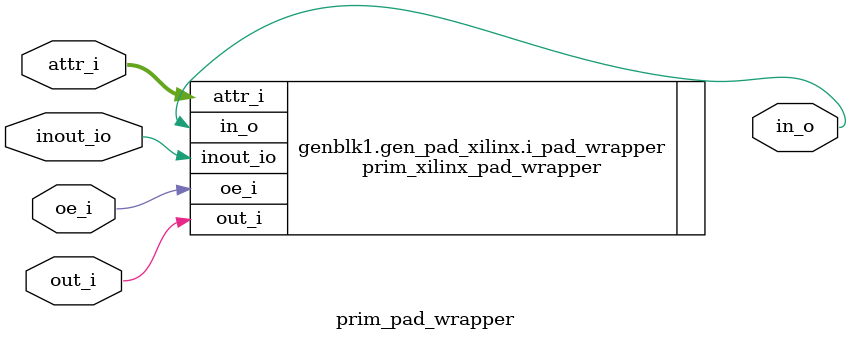
<source format=v>
module prim_pad_wrapper (
	inout_io,
	in_o,
	out_i,
	oe_i,
	attr_i
);
	localparam prim_pkg_ImplXilinx = 1;
	parameter integer Impl = prim_pkg_ImplXilinx;
	parameter [31:0] AttrDw = 6;
	inout wire inout_io;
	output wire in_o;
	input out_i;
	input oe_i;
	input [AttrDw - 1:0] attr_i;
	localparam ImplGeneric = 0;
	localparam ImplXilinx = 1;
	generate
		if (Impl == ImplGeneric) begin : gen_pad_generic
			prim_generic_pad_wrapper #(.AttrDw(AttrDw)) i_pad_wrapper(
				.inout_io(inout_io),
				.in_o(in_o),
				.out_i(out_i),
				.oe_i(oe_i),
				.attr_i(attr_i)
			);
		end
		else if (Impl == ImplXilinx) begin : gen_pad_xilinx
			prim_xilinx_pad_wrapper #(.AttrDw(AttrDw)) i_pad_wrapper(
				.inout_io(inout_io),
				.in_o(in_o),
				.out_i(out_i),
				.oe_i(oe_i),
				.attr_i(attr_i)
			);
		end
	endgenerate
endmodule

</source>
